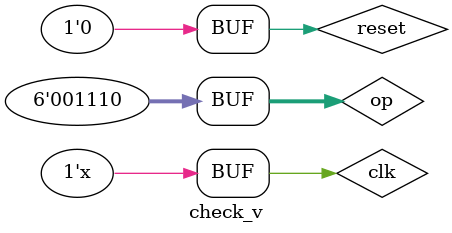
<source format=v>
`timescale 1ns / 1ps


module check_v;

	// Inputs
	reg clk;
	reg reset;
	reg [5:0] op;

	// Outputs
	wire [5:0] state;

	// Instantiate the Unit Under Test (UUT)
	statelogic uut (
		.clk(clk), 
		.reset(reset), 
		.op(op), 
		.state(state)
	);
	always begin
	#10
	clk=~clk;
	end
	
	initial begin
		
		clk = 0;
		reset =1;

		#20;
      reset = 0;
		
		#20;
		op=5'd13;

		#20;
		op=5'd14;
		#20;
		
	end
      
endmodule


</source>
